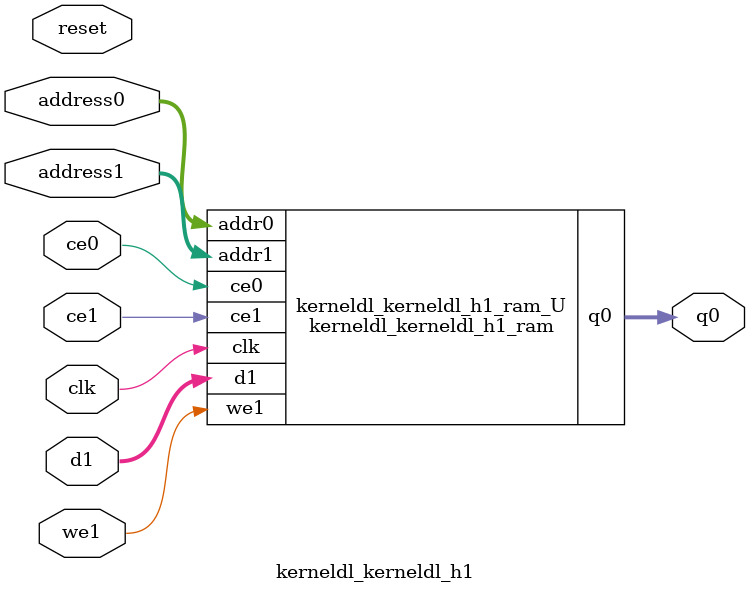
<source format=v>
`timescale 1 ns / 1 ps
module kerneldl_kerneldl_h1_ram (addr0, ce0, q0, addr1, ce1, d1, we1,  clk);

parameter DWIDTH = 32;
parameter AWIDTH = 16;
parameter MEM_SIZE = 33280;

input[AWIDTH-1:0] addr0;
input ce0;
output reg[DWIDTH-1:0] q0;
input[AWIDTH-1:0] addr1;
input ce1;
input[DWIDTH-1:0] d1;
input we1;
input clk;

(* ram_style = "block" *)reg [DWIDTH-1:0] ram[0:MEM_SIZE-1];




always @(posedge clk)  
begin 
    if (ce0) 
    begin
        q0 <= ram[addr0];
    end
end


always @(posedge clk)  
begin 
    if (ce1) 
    begin
        if (we1) 
        begin 
            ram[addr1] <= d1; 
        end 
    end
end


endmodule

`timescale 1 ns / 1 ps
module kerneldl_kerneldl_h1(
    reset,
    clk,
    address0,
    ce0,
    q0,
    address1,
    ce1,
    we1,
    d1);

parameter DataWidth = 32'd32;
parameter AddressRange = 32'd33280;
parameter AddressWidth = 32'd16;
input reset;
input clk;
input[AddressWidth - 1:0] address0;
input ce0;
output[DataWidth - 1:0] q0;
input[AddressWidth - 1:0] address1;
input ce1;
input we1;
input[DataWidth - 1:0] d1;



kerneldl_kerneldl_h1_ram kerneldl_kerneldl_h1_ram_U(
    .clk( clk ),
    .addr0( address0 ),
    .ce0( ce0 ),
    .q0( q0 ),
    .addr1( address1 ),
    .ce1( ce1 ),
    .we1( we1 ),
    .d1( d1 ));

endmodule


</source>
